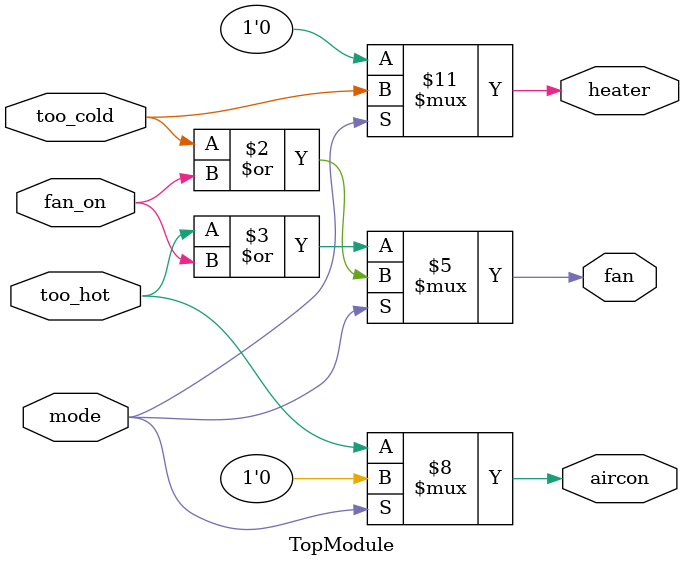
<source format=sv>
module TopModule (
    input logic mode,
    input logic too_cold,
    input logic too_hot,
    input logic fan_on,
    output logic heater,
    output logic aircon,
    output logic fan
);

    always @(*) begin
        // Initialize outputs
        heater = 1'b0;
        aircon = 1'b0;
        fan = 1'b0;

        // Heating Mode
        if (mode) begin
            heater = too_cold;
            aircon = 1'b0;
            fan = heater | fan_on;
        end
        // Cooling Mode
        else begin
            aircon = too_hot;
            heater = 1'b0;
            fan = aircon | fan_on;
        end
    end

endmodule
</source>
